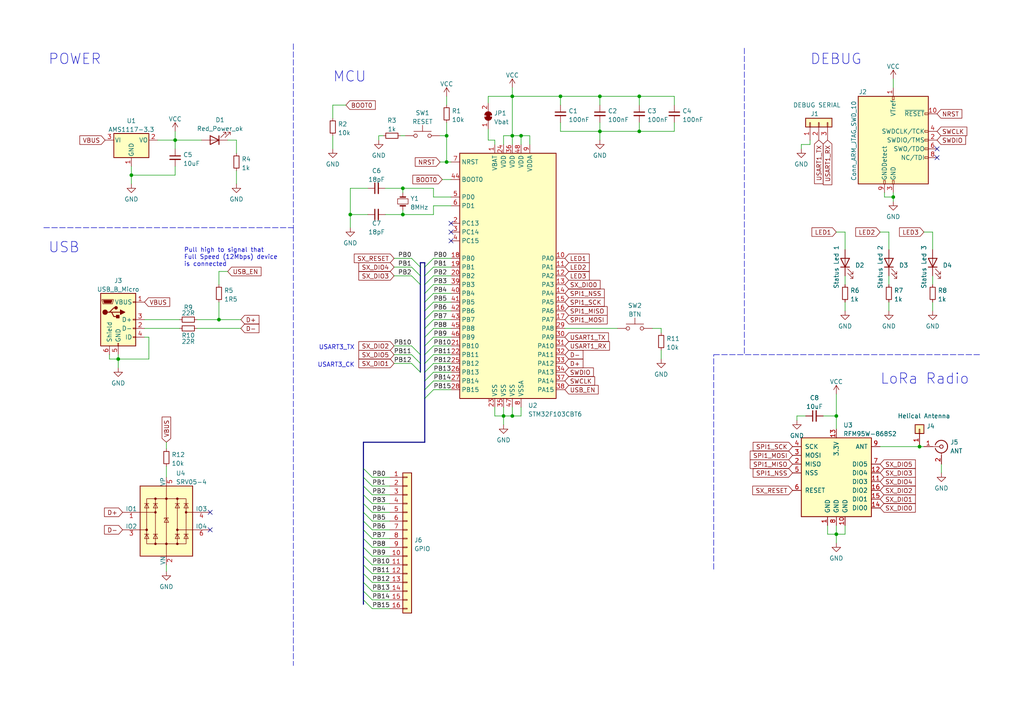
<source format=kicad_sch>
(kicad_sch (version 20211123) (generator eeschema)
  (paper "A4")
  (title_block (title "LoRa Dongle") (date "2022-02-27") (rev "1") (company "Copyright Arti Zirk, 2022") (comment 1 "Licensed under CERN-OHL-P version 2"))
  (lib_symbols
    (symbol "Connector:Conn_ARM_JTAG_SWD_10" (pin_names (offset 1.016))
      (property "Reference" "J" (at -2.54 16.51 0))
      (property "Value" "Conn_ARM_JTAG_SWD_10" (at -2.54 13.97 0))
      (symbol "Conn_ARM_JTAG_SWD_10_1_1"
        (pin power_in line (at 0 15.24 270) (length 2.54) (name "VTref") (number "1"))
        (pin open_collector line (at 12.7 7.62 180) (length 2.54) (name "~{RESET}") (number "10"))
        (pin bidirectional line (at 12.7 0 180) (length 2.54) (name "SWDIO/TMS") (number "2"))
        (pin power_in line (at 0 -15.24 90) (length 2.54) (name "GND") (number "3"))
        (pin output line (at 12.7 2.54 180) (length 2.54) (name "SWDCLK/TCK") (number "4"))
        (pin passive line (at 0 -15.24 90) (length 2.54) hide (name "GND") (number "5"))
        (pin input line (at 12.7 -2.54 180) (length 2.54) (name "SWO/TDO") (number "6"))
        (pin no_connect line (at -10.16 0 0) (length 2.54) hide (name "KEY") (number "7"))
        (pin output line (at 12.7 -5.08 180) (length 2.54) (name "NC/TDI") (number "8"))
        (pin passive line (at -2.54 -15.24 90) (length 2.54) (name "GNDDetect") (number "9"))
      )
    )
    (symbol "Connector:Conn_Coaxial" (pin_names (offset 1.016) hide)
      (property "Reference" "J" (at 0.254 3.048 0))
      (property "Value" "Conn_Coaxial" (at 2.921 0 90))
      (symbol "Conn_Coaxial_1_1"
        (pin passive line (at -5.08 0 0) (length 2.54) (name "In") (number "1"))
        (pin passive line (at 0 -5.08 90) (length 2.54) (name "Ext") (number "2"))
      )
    )
    (symbol "Connector:USB_B_Micro" (pin_names (offset 1.016))
      (property "Reference" "J" (at -5.08 11.43 0))
      (property "Value" "USB_B_Micro" (at -5.08 8.89 0))
      (symbol "USB_B_Micro_1_1"
        (pin power_out line (at 7.62 5.08 180) (length 2.54) (name "VBUS") (number "1"))
        (pin bidirectional line (at 7.62 -2.54 180) (length 2.54) (name "D-") (number "2"))
        (pin bidirectional line (at 7.62 0 180) (length 2.54) (name "D+") (number "3"))
        (pin passive line (at 7.62 -5.08 180) (length 2.54) (name "ID") (number "4"))
        (pin power_out line (at 0 -10.16 90) (length 2.54) (name "GND") (number "5"))
        (pin passive line (at -2.54 -10.16 90) (length 2.54) (name "Shield") (number "6"))
      )
    )
    (symbol "Connector_Generic:Conn_01x01" (pin_names (offset 1.016) hide)
      (property "Reference" "J" (at 0 2.54 0))
      (property "Value" "Conn_01x01" (at 0 -2.54 0))
      (symbol "Conn_01x01_1_1"
        (pin passive line (at -5.08 0 0) (length 3.81) (name "Pin_1") (number "1"))
      )
    )
    (symbol "Connector_Generic:Conn_01x03" (pin_names (offset 1.016) hide)
      (property "Reference" "J" (at 0 5.08 0))
      (property "Value" "Conn_01x03" (at 0 -5.08 0))
      (symbol "Conn_01x03_1_1"
        (pin passive line (at -5.08 2.54 0) (length 3.81) (name "Pin_1") (number "1"))
        (pin passive line (at -5.08 0 0) (length 3.81) (name "Pin_2") (number "2"))
        (pin passive line (at -5.08 -2.54 0) (length 3.81) (name "Pin_3") (number "3"))
      )
    )
    (symbol "Connector_Generic:Conn_01x16" (pin_names (offset 1.016) hide)
      (property "Reference" "J" (at 0 20.32 0))
      (property "Value" "Conn_01x16" (at 0 -22.86 0))
      (symbol "Conn_01x16_1_1"
        (pin passive line (at -5.08 17.78 0) (length 3.81) (name "Pin_1") (number "1"))
        (pin passive line (at -5.08 -5.08 0) (length 3.81) (name "Pin_10") (number "10"))
        (pin passive line (at -5.08 -7.62 0) (length 3.81) (name "Pin_11") (number "11"))
        (pin passive line (at -5.08 -10.16 0) (length 3.81) (name "Pin_12") (number "12"))
        (pin passive line (at -5.08 -12.7 0) (length 3.81) (name "Pin_13") (number "13"))
        (pin passive line (at -5.08 -15.24 0) (length 3.81) (name "Pin_14") (number "14"))
        (pin passive line (at -5.08 -17.78 0) (length 3.81) (name "Pin_15") (number "15"))
        (pin passive line (at -5.08 -20.32 0) (length 3.81) (name "Pin_16") (number "16"))
        (pin passive line (at -5.08 15.24 0) (length 3.81) (name "Pin_2") (number "2"))
        (pin passive line (at -5.08 12.7 0) (length 3.81) (name "Pin_3") (number "3"))
        (pin passive line (at -5.08 10.16 0) (length 3.81) (name "Pin_4") (number "4"))
        (pin passive line (at -5.08 7.62 0) (length 3.81) (name "Pin_5") (number "5"))
        (pin passive line (at -5.08 5.08 0) (length 3.81) (name "Pin_6") (number "6"))
        (pin passive line (at -5.08 2.54 0) (length 3.81) (name "Pin_7") (number "7"))
        (pin passive line (at -5.08 0 0) (length 3.81) (name "Pin_8") (number "8"))
        (pin passive line (at -5.08 -2.54 0) (length 3.81) (name "Pin_9") (number "9"))
      )
    )
    (symbol "Device:C_Small" (pin_numbers hide) (pin_names (offset 0.254) hide)
      (property "Reference" "C" (at 0.254 1.778 0))
      (property "Value" "C_Small" (at 0.254 -2.032 0))
      (symbol "C_Small_1_1"
        (pin passive line (at 0 2.54 270) (length 2.032) (name "~") (number "1"))
        (pin passive line (at 0 -2.54 90) (length 2.032) (name "~") (number "2"))
      )
    )
    (symbol "Device:Crystal_Small" (pin_numbers hide) (pin_names (offset 1.016) hide)
      (property "Reference" "Y" (at 0 2.54 0))
      (property "Value" "Crystal_Small" (at 0 -2.54 0))
      (symbol "Crystal_Small_1_1"
        (pin passive line (at -2.54 0 0) (length 1.27) (name "1") (number "1"))
        (pin passive line (at 2.54 0 180) (length 1.27) (name "2") (number "2"))
      )
    )
    (symbol "Device:LED" (pin_numbers hide) (pin_names (offset 1.016) hide)
      (property "Reference" "D" (at 0 2.54 0))
      (property "Value" "LED" (at 0 -2.54 0))
      (symbol "LED_1_1"
        (pin passive line (at -3.81 0 0) (length 2.54) (name "K") (number "1"))
        (pin passive line (at 3.81 0 180) (length 2.54) (name "A") (number "2"))
      )
    )
    (symbol "Device:R_Small" (pin_numbers hide) (pin_names (offset 0.254) hide)
      (property "Reference" "R" (at 0.762 0.508 0))
      (property "Value" "R_Small" (at 0.762 -1.016 0))
      (symbol "R_Small_1_1"
        (pin passive line (at 0 2.54 270) (length 0.762) (name "~") (number "1"))
        (pin passive line (at 0 -2.54 90) (length 0.762) (name "~") (number "2"))
      )
    )
    (symbol "Jumper:SolderJumper_2_Bridged" (pin_names (offset 0) hide)
      (property "Reference" "JP" (at 0 2.032 0))
      (property "Value" "SolderJumper_2_Bridged" (at 0 -2.54 0))
      (symbol "SolderJumper_2_Bridged_1_1"
        (pin passive line (at -3.81 0 0) (length 2.54) (name "A") (number "1"))
        (pin passive line (at 3.81 0 180) (length 2.54) (name "B") (number "2"))
      )
    )
    (symbol "MCU_ST_STM32F1:STM32F103CBTx"
      (property "Reference" "U" (at -15.24 36.83 0))
      (property "Value" "STM32F103CBTx" (at 7.62 36.83 0))
      (symbol "STM32F103CBTx_1_1"
        (pin power_in line (at -5.08 38.1 270) (length 2.54) (name "VBAT") (number "1"))
        (pin bidirectional line (at 15.24 5.08 180) (length 2.54) (name "PA0") (number "10"))
        (pin bidirectional line (at 15.24 2.54 180) (length 2.54) (name "PA1") (number "11"))
        (pin bidirectional line (at 15.24 0 180) (length 2.54) (name "PA2") (number "12"))
        (pin bidirectional line (at 15.24 -2.54 180) (length 2.54) (name "PA3") (number "13"))
        (pin bidirectional line (at 15.24 -5.08 180) (length 2.54) (name "PA4") (number "14"))
        (pin bidirectional line (at 15.24 -7.62 180) (length 2.54) (name "PA5") (number "15"))
        (pin bidirectional line (at 15.24 -10.16 180) (length 2.54) (name "PA6") (number "16"))
        (pin bidirectional line (at 15.24 -12.7 180) (length 2.54) (name "PA7") (number "17"))
        (pin bidirectional line (at -17.78 5.08 0) (length 2.54) (name "PB0") (number "18"))
        (pin bidirectional line (at -17.78 2.54 0) (length 2.54) (name "PB1") (number "19"))
        (pin bidirectional line (at -17.78 15.24 0) (length 2.54) (name "PC13") (number "2"))
        (pin bidirectional line (at -17.78 0 0) (length 2.54) (name "PB2") (number "20"))
        (pin bidirectional line (at -17.78 -20.32 0) (length 2.54) (name "PB10") (number "21"))
        (pin bidirectional line (at -17.78 -22.86 0) (length 2.54) (name "PB11") (number "22"))
        (pin power_in line (at -5.08 -38.1 90) (length 2.54) (name "VSS") (number "23"))
        (pin power_in line (at -2.54 38.1 270) (length 2.54) (name "VDD") (number "24"))
        (pin bidirectional line (at -17.78 -25.4 0) (length 2.54) (name "PB12") (number "25"))
        (pin bidirectional line (at -17.78 -27.94 0) (length 2.54) (name "PB13") (number "26"))
        (pin bidirectional line (at -17.78 -30.48 0) (length 2.54) (name "PB14") (number "27"))
        (pin bidirectional line (at -17.78 -33.02 0) (length 2.54) (name "PB15") (number "28"))
        (pin bidirectional line (at 15.24 -15.24 180) (length 2.54) (name "PA8") (number "29"))
        (pin bidirectional line (at -17.78 12.7 0) (length 2.54) (name "PC14") (number "3"))
        (pin bidirectional line (at 15.24 -17.78 180) (length 2.54) (name "PA9") (number "30"))
        (pin bidirectional line (at 15.24 -20.32 180) (length 2.54) (name "PA10") (number "31"))
        (pin bidirectional line (at 15.24 -22.86 180) (length 2.54) (name "PA11") (number "32"))
        (pin bidirectional line (at 15.24 -25.4 180) (length 2.54) (name "PA12") (number "33"))
        (pin bidirectional line (at 15.24 -27.94 180) (length 2.54) (name "PA13") (number "34"))
        (pin power_in line (at -2.54 -38.1 90) (length 2.54) (name "VSS") (number "35"))
        (pin power_in line (at 0 38.1 270) (length 2.54) (name "VDD") (number "36"))
        (pin bidirectional line (at 15.24 -30.48 180) (length 2.54) (name "PA14") (number "37"))
        (pin bidirectional line (at 15.24 -33.02 180) (length 2.54) (name "PA15") (number "38"))
        (pin bidirectional line (at -17.78 -2.54 0) (length 2.54) (name "PB3") (number "39"))
        (pin bidirectional line (at -17.78 10.16 0) (length 2.54) (name "PC15") (number "4"))
        (pin bidirectional line (at -17.78 -5.08 0) (length 2.54) (name "PB4") (number "40"))
        (pin bidirectional line (at -17.78 -7.62 0) (length 2.54) (name "PB5") (number "41"))
        (pin bidirectional line (at -17.78 -10.16 0) (length 2.54) (name "PB6") (number "42"))
        (pin bidirectional line (at -17.78 -12.7 0) (length 2.54) (name "PB7") (number "43"))
        (pin input line (at -17.78 27.94 0) (length 2.54) (name "BOOT0") (number "44"))
        (pin bidirectional line (at -17.78 -15.24 0) (length 2.54) (name "PB8") (number "45"))
        (pin bidirectional line (at -17.78 -17.78 0) (length 2.54) (name "PB9") (number "46"))
        (pin power_in line (at 0 -38.1 90) (length 2.54) (name "VSS") (number "47"))
        (pin power_in line (at 2.54 38.1 270) (length 2.54) (name "VDD") (number "48"))
        (pin input line (at -17.78 22.86 0) (length 2.54) (name "PD0") (number "5"))
        (pin input line (at -17.78 20.32 0) (length 2.54) (name "PD1") (number "6"))
        (pin input line (at -17.78 33.02 0) (length 2.54) (name "NRST") (number "7"))
        (pin power_in line (at 2.54 -38.1 90) (length 2.54) (name "VSSA") (number "8"))
        (pin power_in line (at 5.08 38.1 270) (length 2.54) (name "VDDA") (number "9"))
      )
    )
    (symbol "Power_Protection:SRV05-4" (pin_names (offset 0))
      (property "Reference" "U" (at -5.08 11.43 0))
      (property "Value" "SRV05-4" (at 2.54 11.43 0))
      (symbol "SRV05-4_1_1"
        (pin passive line (at -12.7 2.54 0) (length 5.08) (name "IO1") (number "1"))
        (pin passive line (at 0 -12.7 90) (length 2.54) (name "VN") (number "2"))
        (pin passive line (at -12.7 -2.54 0) (length 5.08) (name "IO2") (number "3"))
        (pin passive line (at 12.7 2.54 180) (length 5.08) (name "IO3") (number "4"))
        (pin passive line (at 0 12.7 270) (length 2.54) (name "VP") (number "5"))
        (pin passive line (at 12.7 -2.54 180) (length 5.08) (name "IO4") (number "6"))
      )
    )
    (symbol "RF_Module:RFM95W-868S2" (pin_names (offset 1.016))
      (property "Reference" "U" (at -10.414 11.684 0))
      (property "Value" "RFM95W-868S2" (at 1.524 11.43 0))
      (symbol "RFM95W-868S2_1_1"
        (pin power_in line (at -2.54 -15.24 90) (length 2.54) (name "GND") (number "1"))
        (pin power_in line (at 2.54 -15.24 90) (length 2.54) (name "GND") (number "10"))
        (pin bidirectional line (at 12.7 -2.54 180) (length 2.54) (name "DIO3") (number "11"))
        (pin bidirectional line (at 12.7 0 180) (length 2.54) (name "DIO4") (number "12"))
        (pin power_in line (at 0 12.7 270) (length 2.54) (name "3.3V") (number "13"))
        (pin bidirectional line (at 12.7 -10.16 180) (length 2.54) (name "DIO0") (number "14"))
        (pin bidirectional line (at 12.7 -7.62 180) (length 2.54) (name "DIO1") (number "15"))
        (pin bidirectional line (at 12.7 -5.08 180) (length 2.54) (name "DIO2") (number "16"))
        (pin output line (at -12.7 2.54 0) (length 2.54) (name "MISO") (number "2"))
        (pin input line (at -12.7 5.08 0) (length 2.54) (name "MOSI") (number "3"))
        (pin input line (at -12.7 7.62 0) (length 2.54) (name "SCK") (number "4"))
        (pin input line (at -12.7 0 0) (length 2.54) (name "NSS") (number "5"))
        (pin bidirectional line (at -12.7 -5.08 0) (length 2.54) (name "RESET") (number "6"))
        (pin bidirectional line (at 12.7 2.54 180) (length 2.54) (name "DIO5") (number "7"))
        (pin power_in line (at 0 -15.24 90) (length 2.54) (name "GND") (number "8"))
        (pin bidirectional line (at 12.7 7.62 180) (length 2.54) (name "ANT") (number "9"))
      )
    )
    (symbol "Regulator_Linear:AMS1117-3.3" (pin_names (offset 0.254))
      (property "Reference" "U" (at -3.81 3.175 0))
      (property "Value" "AMS1117-3.3" (at 0 3.175 0))
      (symbol "AMS1117-3.3_1_1"
        (pin power_in line (at 0 -7.62 90) (length 2.54) (name "GND") (number "1"))
        (pin power_out line (at 7.62 0 180) (length 2.54) (name "VO") (number "2"))
        (pin power_in line (at -7.62 0 0) (length 2.54) (name "VI") (number "3"))
      )
    )
    (symbol "Switch:SW_Push" (pin_numbers hide) (pin_names (offset 1.016) hide)
      (property "Reference" "SW" (at 1.27 2.54 0))
      (property "Value" "SW_Push" (at 0 -1.524 0))
      (symbol "SW_Push_0_1"
        (pin passive line (at -5.08 0 0) (length 2.54) (name "1") (number "1"))
        (pin passive line (at 5.08 0 180) (length 2.54) (name "2") (number "2"))
      )
    )
    (symbol "power:GND" (power) (pin_names (offset 0))
      (property "Value" "GND" (at 0 -3.81 0))
      (symbol "GND_1_1"
        (pin power_in line (at 0 0 270) (length 0) hide (name "GND") (number "1"))
      )
    )
    (symbol "power:VCC" (power) (pin_names (offset 0))
      (property "Value" "VCC" (at 0 3.81 0))
      (symbol "VCC_1_1"
        (pin power_in line (at 0 0 90) (length 0) hide (name "VCC") (number "1"))
      )
    )
  )
  (junction (at 63.5 92.71))
  (junction (at 148.59 39.37))
  (junction (at 148.59 120.65))
  (junction (at 148.59 27.94))
  (junction (at 129.54 46.99))
  (junction (at 101.6 62.23))
  (junction (at 266.7 129.54))
  (junction (at 242.57 154.94))
  (junction (at 116.84 54.61))
  (junction (at 34.29 104.14))
  (junction (at 146.05 120.65))
  (junction (at 162.56 27.94))
  (junction (at 173.99 38.1))
  (junction (at 185.42 38.1))
  (junction (at 38.1 50.8))
  (junction (at 242.57 120.65))
  (junction (at 185.42 27.94))
  (junction (at 151.13 39.37))
  (junction (at 173.99 27.94))
  (junction (at 129.54 39.37))
  (junction (at 259.08 57.15))
  (junction (at 50.8 40.64))
  (junction (at 116.84 62.23))
  (no_connect (at 271.78 43.18))
  (no_connect (at 271.78 45.72))
  (no_connect (at 60.96 148.59))
  (no_connect (at 60.96 153.67))
  (no_connect (at 130.81 69.85))
  (no_connect (at 130.81 64.77))
  (no_connect (at 130.81 67.31))
  (bus_entry (at 123.19 82.55) (size 2.54 -2.54))
  (bus_entry (at 123.19 85.09) (size 2.54 -2.54))
  (bus_entry (at 123.19 77.47) (size 2.54 -2.54))
  (bus_entry (at 123.19 80.01) (size 2.54 -2.54))
  (bus_entry (at 123.19 97.79) (size 2.54 -2.54))
  (bus_entry (at 123.19 100.33) (size 2.54 -2.54))
  (bus_entry (at 123.19 102.87) (size 2.54 -2.54))
  (bus_entry (at 123.19 105.41) (size 2.54 -2.54))
  (bus_entry (at 123.19 87.63) (size 2.54 -2.54))
  (bus_entry (at 123.19 90.17) (size 2.54 -2.54))
  (bus_entry (at 123.19 92.71) (size 2.54 -2.54))
  (bus_entry (at 123.19 95.25) (size 2.54 -2.54))
  (bus_entry (at 123.19 107.95) (size 2.54 -2.54))
  (bus_entry (at 123.19 110.49) (size 2.54 -2.54))
  (bus_entry (at 123.19 113.03) (size 2.54 -2.54))
  (bus_entry (at 123.19 115.57) (size 2.54 -2.54))
  (bus_entry (at 105.41 140.97) (size 2.54 2.54))
  (bus_entry (at 105.41 138.43) (size 2.54 2.54))
  (bus_entry (at 105.41 135.89) (size 2.54 2.54))
  (bus_entry (at 121.92 80.01) (size -2.54 -2.54))
  (bus_entry (at 121.92 82.55) (size -2.54 -2.54))
  (bus_entry (at 121.92 77.47) (size -2.54 -2.54))
  (bus_entry (at 121.92 107.95) (size -2.54 -2.54))
  (bus_entry (at 121.92 102.87) (size -2.54 -2.54))
  (bus_entry (at 121.92 105.41) (size -2.54 -2.54))
  (bus_entry (at 105.41 168.91) (size 2.54 2.54))
  (bus_entry (at 105.41 173.99) (size 2.54 2.54))
  (bus_entry (at 105.41 171.45) (size 2.54 2.54))
  (bus_entry (at 105.41 166.37) (size 2.54 2.54))
  (bus_entry (at 105.41 161.29) (size 2.54 2.54))
  (bus_entry (at 105.41 156.21) (size 2.54 2.54))
  (bus_entry (at 105.41 158.75) (size 2.54 2.54))
  (bus_entry (at 105.41 163.83) (size 2.54 2.54))
  (bus_entry (at 105.41 151.13) (size 2.54 2.54))
  (bus_entry (at 105.41 153.67) (size 2.54 2.54))
  (bus_entry (at 105.41 148.59) (size 2.54 2.54))
  (bus_entry (at 105.41 146.05) (size 2.54 2.54))
  (bus_entry (at 105.41 143.51) (size 2.54 2.54))
  (wire (pts (xy 245.11 80.01) (xy 245.11 82.55)))
  (wire (pts (xy 101.6 62.23) (xy 106.68 62.23)))
  (wire (pts (xy 125.73 59.69) (xy 125.73 62.23)))
  (wire (pts (xy 114.3 105.41) (xy 119.38 105.41)))
  (wire (pts (xy 185.42 38.1) (xy 195.58 38.1)))
  (bus (pts (xy 105.41 148.59) (xy 105.41 151.13)))
  (bus (pts (xy 105.41 151.13) (xy 105.41 153.67)))
  (wire (pts (xy 114.3 77.47) (xy 119.38 77.47)))
  (bus (pts (xy 121.92 82.55) (xy 121.92 102.87)))
  (wire (pts (xy 257.81 87.63) (xy 257.81 90.17)))
  (bus (pts (xy 105.41 163.83) (xy 105.41 166.37)))
  (bus (pts (xy 121.92 102.87) (xy 121.92 105.41)))
  (wire (pts (xy 143.51 118.11) (xy 143.51 120.65)))
  (wire (pts (xy 107.95 153.67) (xy 113.03 153.67)))
  (wire (pts (xy 125.73 102.87) (xy 130.81 102.87)))
  (wire (pts (xy 116.84 62.23) (xy 116.84 60.96)))
  (wire (pts (xy 125.73 54.61) (xy 125.73 57.15)))
  (bus (pts (xy 123.19 85.09) (xy 123.19 87.63)))
  (wire (pts (xy 43.18 104.14) (xy 34.29 104.14)))
  (wire (pts (xy 151.13 39.37) (xy 151.13 41.91)))
  (wire (pts (xy 106.68 54.61) (xy 101.6 54.61)))
  (wire (pts (xy 107.95 173.99) (xy 113.03 173.99)))
  (wire (pts (xy 191.77 95.25) (xy 191.77 96.52)))
  (wire (pts (xy 38.1 50.8) (xy 50.8 50.8)))
  (wire (pts (xy 111.76 62.23) (xy 116.84 62.23)))
  (wire (pts (xy 162.56 38.1) (xy 173.99 38.1)))
  (bus (pts (xy 121.92 105.41) (xy 121.92 107.95)))
  (wire (pts (xy 232.41 41.91) (xy 234.95 41.91)))
  (bus (pts (xy 105.41 161.29) (xy 105.41 163.83)))
  (wire (pts (xy 259.08 57.15) (xy 259.08 58.42)))
  (wire (pts (xy 256.54 57.15) (xy 259.08 57.15)))
  (bus (pts (xy 123.19 90.17) (xy 123.19 92.71)))
  (bus (pts (xy 105.41 135.89) (xy 105.41 138.43)))
  (wire (pts (xy 57.15 92.71) (xy 63.5 92.71)))
  (wire (pts (xy 107.95 158.75) (xy 113.03 158.75)))
  (wire (pts (xy 125.73 113.03) (xy 130.81 113.03)))
  (wire (pts (xy 116.205 39.37) (xy 117.475 39.37)))
  (wire (pts (xy 240.03 152.4) (xy 240.03 154.94)))
  (wire (pts (xy 259.08 55.88) (xy 259.08 57.15)))
  (wire (pts (xy 163.83 95.25) (xy 179.07 95.25)))
  (wire (pts (xy 125.73 77.47) (xy 130.81 77.47)))
  (wire (pts (xy 231.14 120.65) (xy 231.14 121.92)))
  (wire (pts (xy 173.99 27.94) (xy 173.99 30.48)))
  (polyline (pts (xy 85.09 66.04) (xy 85.09 193.04)))
  (wire (pts (xy 146.05 39.37) (xy 148.59 39.37)))
  (wire (pts (xy 116.84 54.61) (xy 125.73 54.61)))
  (bus (pts (xy 105.41 143.51) (xy 105.41 146.05)))
  (wire (pts (xy 127.635 46.99) (xy 129.54 46.99)))
  (wire (pts (xy 45.72 40.64) (xy 50.8 40.64)))
  (wire (pts (xy 50.8 48.26) (xy 50.8 50.8)))
  (wire (pts (xy 107.95 176.53) (xy 113.03 176.53)))
  (bus (pts (xy 105.41 128.27) (xy 123.19 128.27)))
  (bus (pts (xy 105.41 146.05) (xy 105.41 148.59)))
  (wire (pts (xy 255.27 67.31) (xy 257.81 67.31)))
  (wire (pts (xy 96.52 30.48) (xy 100.33 30.48)))
  (wire (pts (xy 162.56 27.94) (xy 162.56 30.48)))
  (wire (pts (xy 125.73 107.95) (xy 130.81 107.95)))
  (bus (pts (xy 105.41 166.37) (xy 105.41 168.91)))
  (wire (pts (xy 240.03 154.94) (xy 242.57 154.94)))
  (wire (pts (xy 125.73 80.01) (xy 130.81 80.01)))
  (wire (pts (xy 50.8 40.64) (xy 50.8 43.18)))
  (wire (pts (xy 151.13 120.65) (xy 148.59 120.65)))
  (wire (pts (xy 255.27 129.54) (xy 266.7 129.54)))
  (wire (pts (xy 148.59 27.94) (xy 162.56 27.94)))
  (wire (pts (xy 107.95 146.05) (xy 113.03 146.05)))
  (wire (pts (xy 273.05 134.62) (xy 273.05 137.16)))
  (wire (pts (xy 148.59 25.4) (xy 148.59 27.94)))
  (bus (pts (xy 123.19 76.2) (xy 121.92 76.2)))
  (wire (pts (xy 245.11 152.4) (xy 245.11 154.94)))
  (bus (pts (xy 105.41 156.21) (xy 105.41 158.75)))
  (bus (pts (xy 121.92 80.01) (xy 121.92 82.55)))
  (wire (pts (xy 148.59 39.37) (xy 148.59 41.91)))
  (wire (pts (xy 129.54 35.56) (xy 129.54 39.37)))
  (wire (pts (xy 195.58 38.1) (xy 195.58 35.56)))
  (wire (pts (xy 195.58 27.94) (xy 195.58 30.48)))
  (wire (pts (xy 267.97 67.31) (xy 270.51 67.31)))
  (wire (pts (xy 148.59 120.65) (xy 148.59 118.11)))
  (bus (pts (xy 105.41 168.91) (xy 105.41 171.45)))
  (wire (pts (xy 185.42 27.94) (xy 195.58 27.94)))
  (bus (pts (xy 105.41 138.43) (xy 105.41 140.97)))
  (wire (pts (xy 125.73 85.09) (xy 130.81 85.09)))
  (bus (pts (xy 121.92 77.47) (xy 121.92 80.01)))
  (wire (pts (xy 173.99 38.1) (xy 185.42 38.1)))
  (wire (pts (xy 125.73 74.93) (xy 130.81 74.93)))
  (wire (pts (xy 107.95 151.13) (xy 113.03 151.13)))
  (wire (pts (xy 266.7 129.54) (xy 267.97 129.54)))
  (wire (pts (xy 107.95 161.29) (xy 113.03 161.29)))
  (bus (pts (xy 123.19 113.03) (xy 123.19 115.57)))
  (bus (pts (xy 123.19 95.25) (xy 123.19 97.79)))
  (wire (pts (xy 125.73 82.55) (xy 130.81 82.55)))
  (wire (pts (xy 129.54 46.99) (xy 129.54 39.37)))
  (wire (pts (xy 234.95 41.91) (xy 234.95 40.64)))
  (wire (pts (xy 114.3 102.87) (xy 119.38 102.87)))
  (wire (pts (xy 130.81 59.69) (xy 125.73 59.69)))
  (wire (pts (xy 130.81 46.99) (xy 129.54 46.99)))
  (bus (pts (xy 123.19 80.01) (xy 123.19 82.55)))
  (bus (pts (xy 123.19 115.57) (xy 123.19 128.27)))
  (wire (pts (xy 242.57 154.94) (xy 242.57 157.48)))
  (polyline (pts (xy 85.09 12.7) (xy 85.09 66.04)))
  (wire (pts (xy 129.54 39.37) (xy 127.635 39.37)))
  (polyline (pts (xy 12.7 66.04) (xy 85.09 66.04)))
  (wire (pts (xy 107.95 156.21) (xy 113.03 156.21)))
  (wire (pts (xy 162.56 27.94) (xy 173.99 27.94)))
  (bus (pts (xy 123.19 82.55) (xy 123.19 85.09)))
  (wire (pts (xy 148.59 39.37) (xy 151.13 39.37)))
  (wire (pts (xy 141.605 29.845) (xy 141.605 27.94)))
  (wire (pts (xy 151.13 118.11) (xy 151.13 120.65)))
  (polyline (pts (xy 207.01 165.1) (xy 207.01 102.87)))
  (wire (pts (xy 107.95 140.97) (xy 113.03 140.97)))
  (wire (pts (xy 96.52 30.48) (xy 96.52 34.29)))
  (wire (pts (xy 173.99 35.56) (xy 173.99 38.1)))
  (wire (pts (xy 48.26 163.83) (xy 48.26 165.735)))
  (wire (pts (xy 238.76 120.65) (xy 242.57 120.65)))
  (wire (pts (xy 31.75 104.14) (xy 34.29 104.14)))
  (wire (pts (xy 48.26 128.27) (xy 48.26 130.175)))
  (bus (pts (xy 105.41 158.75) (xy 105.41 161.29)))
  (wire (pts (xy 143.51 40.64) (xy 143.51 41.91)))
  (wire (pts (xy 109.855 39.37) (xy 111.125 39.37)))
  (bus (pts (xy 123.19 107.95) (xy 123.19 110.49)))
  (wire (pts (xy 270.51 67.31) (xy 270.51 72.39)))
  (wire (pts (xy 153.67 41.91) (xy 153.67 39.37)))
  (wire (pts (xy 57.15 95.25) (xy 69.85 95.25)))
  (wire (pts (xy 63.5 78.74) (xy 66.04 78.74)))
  (wire (pts (xy 191.77 101.6) (xy 191.77 104.14)))
  (wire (pts (xy 270.51 87.63) (xy 270.51 90.17)))
  (wire (pts (xy 141.605 27.94) (xy 148.59 27.94)))
  (wire (pts (xy 256.54 55.88) (xy 256.54 57.15)))
  (wire (pts (xy 125.73 110.49) (xy 130.81 110.49)))
  (wire (pts (xy 143.51 40.64) (xy 141.605 40.64)))
  (wire (pts (xy 50.8 40.64) (xy 58.42 40.64)))
  (wire (pts (xy 125.73 95.25) (xy 130.81 95.25)))
  (wire (pts (xy 107.95 168.91) (xy 113.03 168.91)))
  (wire (pts (xy 34.29 102.87) (xy 34.29 104.14)))
  (wire (pts (xy 146.05 120.65) (xy 146.05 123.19)))
  (wire (pts (xy 242.57 114.3) (xy 242.57 120.65)))
  (wire (pts (xy 125.73 90.17) (xy 130.81 90.17)))
  (wire (pts (xy 68.58 49.53) (xy 68.58 53.34)))
  (wire (pts (xy 146.05 41.91) (xy 146.05 39.37)))
  (wire (pts (xy 107.95 138.43) (xy 113.03 138.43)))
  (wire (pts (xy 107.95 171.45) (xy 113.03 171.45)))
  (wire (pts (xy 96.52 39.37) (xy 96.52 43.18)))
  (wire (pts (xy 189.23 95.25) (xy 191.77 95.25)))
  (wire (pts (xy 63.5 92.71) (xy 69.85 92.71)))
  (wire (pts (xy 31.75 102.87) (xy 31.75 104.14)))
  (wire (pts (xy 107.95 166.37) (xy 113.03 166.37)))
  (wire (pts (xy 185.42 27.94) (xy 185.42 30.48)))
  (bus (pts (xy 105.41 173.99) (xy 105.41 175.26)))
  (wire (pts (xy 173.99 38.1) (xy 173.99 40.64)))
  (bus (pts (xy 123.19 92.71) (xy 123.19 95.25)))
  (wire (pts (xy 245.11 87.63) (xy 245.11 90.17)))
  (wire (pts (xy 125.73 100.33) (xy 130.81 100.33)))
  (bus (pts (xy 105.41 140.97) (xy 105.41 143.51)))
  (wire (pts (xy 128.27 52.07) (xy 130.81 52.07)))
  (wire (pts (xy 125.73 57.15) (xy 130.81 57.15)))
  (wire (pts (xy 232.41 43.18) (xy 232.41 41.91)))
  (wire (pts (xy 125.73 62.23) (xy 116.84 62.23)))
  (wire (pts (xy 148.59 27.94) (xy 148.59 39.37)))
  (wire (pts (xy 116.84 54.61) (xy 116.84 55.88)))
  (wire (pts (xy 107.95 163.83) (xy 113.03 163.83)))
  (polyline (pts (xy 215.9 13.97) (xy 215.9 102.87)))
  (wire (pts (xy 66.04 40.64) (xy 68.58 40.64)))
  (wire (pts (xy 257.81 67.31) (xy 257.81 72.39)))
  (wire (pts (xy 143.51 120.65) (xy 146.05 120.65)))
  (wire (pts (xy 114.3 80.01) (xy 119.38 80.01)))
  (wire (pts (xy 34.29 104.14) (xy 34.29 106.68)))
  (wire (pts (xy 101.6 62.23) (xy 101.6 66.04)))
  (wire (pts (xy 259.08 22.86) (xy 259.08 25.4)))
  (bus (pts (xy 123.19 100.33) (xy 123.19 102.87)))
  (bus (pts (xy 123.19 97.79) (xy 123.19 100.33)))
  (wire (pts (xy 233.68 120.65) (xy 231.14 120.65)))
  (wire (pts (xy 257.81 80.01) (xy 257.81 82.55)))
  (bus (pts (xy 123.19 110.49) (xy 123.19 113.03)))
  (wire (pts (xy 38.1 48.26) (xy 38.1 50.8)))
  (bus (pts (xy 123.19 76.2) (xy 123.19 77.47)))
  (wire (pts (xy 68.58 40.64) (xy 68.58 44.45)))
  (bus (pts (xy 123.19 102.87) (xy 123.19 105.41)))
  (wire (pts (xy 146.05 120.65) (xy 148.59 120.65)))
  (wire (pts (xy 146.05 118.11) (xy 146.05 120.65)))
  (wire (pts (xy 245.11 154.94) (xy 242.57 154.94)))
  (wire (pts (xy 50.8 38.1) (xy 50.8 40.64)))
  (wire (pts (xy 185.42 38.1) (xy 185.42 35.56)))
  (wire (pts (xy 38.1 50.8) (xy 38.1 53.34)))
  (wire (pts (xy 173.99 27.94) (xy 185.42 27.94)))
  (bus (pts (xy 121.92 76.2) (xy 121.92 77.47)))
  (wire (pts (xy 125.73 97.79) (xy 130.81 97.79)))
  (wire (pts (xy 107.95 148.59) (xy 113.03 148.59)))
  (polyline (pts (xy 207.01 102.87) (xy 284.48 102.87)))
  (wire (pts (xy 101.6 54.61) (xy 101.6 62.23)))
  (wire (pts (xy 129.54 27.94) (xy 129.54 30.48)))
  (bus (pts (xy 105.41 128.27) (xy 105.41 135.89)))
  (bus (pts (xy 123.19 105.41) (xy 123.19 107.95)))
  (bus (pts (xy 123.19 87.63) (xy 123.19 90.17)))
  (wire (pts (xy 242.57 120.65) (xy 242.57 124.46)))
  (bus (pts (xy 105.41 171.45) (xy 105.41 173.99)))
  (wire (pts (xy 109.855 40.64) (xy 109.855 39.37)))
  (wire (pts (xy 245.11 67.31) (xy 245.11 72.39)))
  (wire (pts (xy 242.57 154.94) (xy 242.57 152.4)))
  (wire (pts (xy 114.3 100.33) (xy 119.38 100.33)))
  (wire (pts (xy 63.5 87.63) (xy 63.5 92.71)))
  (wire (pts (xy 41.91 97.79) (xy 43.18 97.79)))
  (wire (pts (xy 114.3 74.93) (xy 119.38 74.93)))
  (wire (pts (xy 153.67 39.37) (xy 151.13 39.37)))
  (wire (pts (xy 48.26 135.255) (xy 48.26 138.43)))
  (wire (pts (xy 270.51 80.01) (xy 270.51 82.55)))
  (wire (pts (xy 41.91 92.71) (xy 52.07 92.71)))
  (bus (pts (xy 105.41 153.67) (xy 105.41 156.21)))
  (wire (pts (xy 43.18 97.79) (xy 43.18 104.14)))
  (wire (pts (xy 107.95 143.51) (xy 113.03 143.51)))
  (wire (pts (xy 125.73 92.71) (xy 130.81 92.71)))
  (wire (pts (xy 125.73 105.41) (xy 130.81 105.41)))
  (wire (pts (xy 125.73 87.63) (xy 130.81 87.63)))
  (wire (pts (xy 162.56 35.56) (xy 162.56 38.1)))
  (wire (pts (xy 111.76 54.61) (xy 116.84 54.61)))
  (wire (pts (xy 141.605 37.465) (xy 141.605 40.64)))
  (bus (pts (xy 123.19 77.47) (xy 123.19 80.01)))
  (wire (pts (xy 41.91 95.25) (xy 52.07 95.25)))
  (wire (pts (xy 242.57 67.31) (xy 245.11 67.31)))
  (wire (pts (xy 63.5 78.74) (xy 63.5 82.55)))
  (text "MCU" (at 96.52 24.13 0) (effects (font (size 3 3)) (justify left bottom)))
  (text "Pull high to signal that\nFull Speed (12Mbps) device\nis connected" (at 53.34 77.47 0) (effects (font (size 1.27 1.27)) (justify left bottom)))
  (text "DEBUG" (at 234.95 19.05 0) (effects (font (size 3 3)) (justify left bottom)))
  (text "USART3_CK" (at 102.87 106.68 180) (effects (font (size 1.27 1.27)) (justify right bottom)))
  (text "USART3_TX" (at 102.87 101.6 180) (effects (font (size 1.27 1.27)) (justify right bottom)))
  (text "POWER" (at 13.97 19.05 0) (effects (font (size 3 3)) (justify left bottom)))
  (text "USB" (at 13.97 73.66 0) (effects (font (size 3 3)) (justify left bottom)))
  (text "LoRa Radio" (at 255.27 111.76 0) (effects (font (size 3 3)) (justify left bottom)))
  (label "PB3" (at 107.95 146.05 0))
  (label "PB10" (at 107.95 163.83 0))
  (label "PB0" (at 119.38 74.93 180))
  (label "PB4" (at 107.95 148.59 0))
  (label "PB1" (at 125.73 77.47 0))
  (label "PB10" (at 125.73 100.33 0))
  (label "PB9" (at 107.95 161.29 0))
  (label "PB5" (at 107.95 151.13 0))
  (label "PB12" (at 119.38 105.41 180))
  (label "PB15" (at 125.73 113.03 0))
  (label "PB14" (at 107.95 173.99 0))
  (label "PB2" (at 119.38 80.01 180))
  (label "PB9" (at 125.73 97.79 0))
  (label "PB11" (at 119.38 102.87 180))
  (label "PB6" (at 107.95 153.67 0))
  (label "PB5" (at 125.73 87.63 0))
  (label "PB1" (at 119.38 77.47 180))
  (label "PB7" (at 125.73 92.71 0))
  (label "PB12" (at 125.73 105.41 0))
  (label "PB0" (at 107.95 138.43 0))
  (label "PB6" (at 125.73 90.17 0))
  (label "PB12" (at 107.95 168.91 0))
  (label "PB8" (at 107.95 158.75 0))
  (label "PB11" (at 125.73 102.87 0))
  (label "PB2" (at 125.73 80.01 0))
  (label "PB14" (at 125.73 110.49 0))
  (label "PB11" (at 107.95 166.37 0))
  (label "PB3" (at 125.73 82.55 0))
  (label "PB7" (at 107.95 156.21 0))
  (label "PB15" (at 107.95 176.53 0))
  (label "PB13" (at 107.95 171.45 0))
  (label "PB0" (at 125.73 74.93 0))
  (label "PB1" (at 107.95 140.97 0))
  (label "PB8" (at 125.73 95.25 0))
  (label "PB4" (at 125.73 85.09 0))
  (label "PB10" (at 119.38 100.33 180))
  (label "PB13" (at 125.73 107.95 0))
  (label "PB2" (at 107.95 143.51 0))
  (global_label "VBUS" (shape input) (at 41.91 87.63 0) (property "Intersheet References" "${INTERSHEET_REFS}" (effects hide)))
  (global_label "D+" (shape input) (at 163.83 105.41 0) (property "Intersheet References" "${INTERSHEET_REFS}" (effects hide)))
  (global_label "BOOT0" (shape input) (at 100.33 30.48 0) (property "Intersheet References" "${INTERSHEET_REFS}" (effects hide)))
  (global_label "SPI1_MOSI" (shape input) (at 229.87 132.08 180) (property "Intersheet References" "${INTERSHEET_REFS}" (effects hide)))
  (global_label "D-" (shape input) (at 163.83 102.87 0) (property "Intersheet References" "${INTERSHEET_REFS}" (effects hide)))
  (global_label "BOOT0" (shape input) (at 128.27 52.07 180) (property "Intersheet References" "${INTERSHEET_REFS}" (effects hide)))
  (global_label "SPI1_NSS" (shape input) (at 163.83 85.09 0) (property "Intersheet References" "${INTERSHEET_REFS}" (effects hide)))
  (global_label "LED1" (shape input) (at 163.83 74.93 0) (property "Intersheet References" "${INTERSHEET_REFS}" (effects hide)))
  (global_label "SX_RESET" (shape input) (at 229.87 142.24 180) (property "Intersheet References" "${INTERSHEET_REFS}" (effects hide)))
  (global_label "SX_DIO4" (shape input) (at 255.27 139.7 0) (property "Intersheet References" "${INTERSHEET_REFS}" (effects hide)))
  (global_label "VBUS" (shape input) (at 48.26 128.27 90) (property "Intersheet References" "${INTERSHEET_REFS}" (effects hide)))
  (global_label "USB_EN" (shape input) (at 66.04 78.74 0) (property "Intersheet References" "${INTERSHEET_REFS}" (effects hide)))
  (global_label "D-" (shape input) (at 69.85 95.25 0) (property "Intersheet References" "${INTERSHEET_REFS}" (effects hide)))
  (global_label "SPI1_SCK" (shape input) (at 229.87 129.54 180) (property "Intersheet References" "${INTERSHEET_REFS}" (effects hide)))
  (global_label "SX_DIO5" (shape input) (at 255.27 134.62 0) (property "Intersheet References" "${INTERSHEET_REFS}" (effects hide)))
  (global_label "SX_DIO1" (shape input) (at 114.3 105.41 180) (property "Intersheet References" "${INTERSHEET_REFS}" (effects hide)))
  (global_label "LED3" (shape input) (at 267.97 67.31 180) (property "Intersheet References" "${INTERSHEET_REFS}" (effects hide)))
  (global_label "SPI1_NSS" (shape input) (at 229.87 137.16 180) (property "Intersheet References" "${INTERSHEET_REFS}" (effects hide)))
  (global_label "SPI1_MISO" (shape input) (at 229.87 134.62 180) (property "Intersheet References" "${INTERSHEET_REFS}" (effects hide)))
  (global_label "LED2" (shape input) (at 255.27 67.31 180) (property "Intersheet References" "${INTERSHEET_REFS}" (effects hide)))
  (global_label "SX_DIO4" (shape input) (at 114.3 77.47 180) (property "Intersheet References" "${INTERSHEET_REFS}" (effects hide)))
  (global_label "SWCLK" (shape input) (at 163.83 110.49 0) (property "Intersheet References" "${INTERSHEET_REFS}" (effects hide)))
  (global_label "SWDIO" (shape input) (at 271.78 40.64 0) (property "Intersheet References" "${INTERSHEET_REFS}" (effects hide)))
  (global_label "USART1_TX" (shape input) (at 163.83 97.79 0) (property "Intersheet References" "${INTERSHEET_REFS}" (effects hide)))
  (global_label "SX_DIO3" (shape input) (at 255.27 137.16 0) (property "Intersheet References" "${INTERSHEET_REFS}" (effects hide)))
  (global_label "LED3" (shape input) (at 163.83 80.01 0) (property "Intersheet References" "${INTERSHEET_REFS}" (effects hide)))
  (global_label "SX_DIO0" (shape input) (at 163.83 82.55 0) (property "Intersheet References" "${INTERSHEET_REFS}" (effects hide)))
  (global_label "SX_DIO2" (shape input) (at 114.3 100.33 180) (property "Intersheet References" "${INTERSHEET_REFS}" (effects hide)))
  (global_label "USART1_TX" (shape input) (at 237.49 40.64 270) (property "Intersheet References" "${INTERSHEET_REFS}" (effects hide)))
  (global_label "SWCLK" (shape input) (at 271.78 38.1 0) (property "Intersheet References" "${INTERSHEET_REFS}" (effects hide)))
  (global_label "SPI1_MISO" (shape input) (at 163.83 90.17 0) (property "Intersheet References" "${INTERSHEET_REFS}" (effects hide)))
  (global_label "D-" (shape input) (at 35.56 153.67 180) (property "Intersheet References" "${INTERSHEET_REFS}" (effects hide)))
  (global_label "D+" (shape input) (at 35.56 148.59 180) (property "Intersheet References" "${INTERSHEET_REFS}" (effects hide)))
  (global_label "SX_DIO0" (shape input) (at 255.27 147.32 0) (property "Intersheet References" "${INTERSHEET_REFS}" (effects hide)))
  (global_label "SPI1_SCK" (shape input) (at 163.83 87.63 0) (property "Intersheet References" "${INTERSHEET_REFS}" (effects hide)))
  (global_label "SX_DIO1" (shape input) (at 255.27 144.78 0) (property "Intersheet References" "${INTERSHEET_REFS}" (effects hide)))
  (global_label "USART1_RX" (shape input) (at 240.03 40.64 270) (property "Intersheet References" "${INTERSHEET_REFS}" (effects hide)))
  (global_label "LED2" (shape input) (at 163.83 77.47 0) (property "Intersheet References" "${INTERSHEET_REFS}" (effects hide)))
  (global_label "SPI1_MOSI" (shape input) (at 163.83 92.71 0) (property "Intersheet References" "${INTERSHEET_REFS}" (effects hide)))
  (global_label "NRST" (shape input) (at 271.78 33.02 0) (property "Intersheet References" "${INTERSHEET_REFS}" (effects hide)))
  (global_label "NRST" (shape input) (at 127.635 46.99 180) (property "Intersheet References" "${INTERSHEET_REFS}" (effects hide)))
  (global_label "D+" (shape input) (at 69.85 92.71 0) (property "Intersheet References" "${INTERSHEET_REFS}" (effects hide)))
  (global_label "SWDIO" (shape input) (at 163.83 107.95 0) (property "Intersheet References" "${INTERSHEET_REFS}" (effects hide)))
  (global_label "LED1" (shape input) (at 242.57 67.31 180) (property "Intersheet References" "${INTERSHEET_REFS}" (effects hide)))
  (global_label "SX_DIO3" (shape input) (at 114.3 80.01 180) (property "Intersheet References" "${INTERSHEET_REFS}" (effects hide)))
  (global_label "SX_DIO2" (shape input) (at 255.27 142.24 0) (property "Intersheet References" "${INTERSHEET_REFS}" (effects hide)))
  (global_label "USB_EN" (shape input) (at 163.83 113.03 0) (property "Intersheet References" "${INTERSHEET_REFS}" (effects hide)))
  (global_label "VBUS" (shape input) (at 30.48 40.64 180) (property "Intersheet References" "${INTERSHEET_REFS}" (effects hide)))
  (global_label "SX_RESET" (shape input) (at 114.3 74.93 180) (property "Intersheet References" "${INTERSHEET_REFS}" (effects hide)))
  (global_label "SX_DIO5" (shape input) (at 114.3 102.87 180) (property "Intersheet References" "${INTERSHEET_REFS}" (effects hide)))
  (global_label "USART1_RX" (shape input) (at 163.83 100.33 0) (property "Intersheet References" "${INTERSHEET_REFS}" (effects hide)))
  (symbol (lib_id "Device:R_Small") (at 63.5 85.09 0) (unit 1)
    (property "Reference" "R5" (at 64.9986 84.2553 0) (effects (justify left)))
    (property "Value" "1R5" (at 64.9986 86.7922 0) (effects (justify left)))
    (property "Footprint" "Resistor_SMD:R_0805_2012Metric_Pad1.20x1.40mm_HandSolder" (effects hide))
  )
  (symbol (lib_id "Device:R_Small") (at 54.61 92.71 90) (unit 1)
    (property "Reference" "R9" (at 54.61 89.154 90))
    (property "Value" "22R" (at 54.61 90.8105 90))
    (property "Footprint" "Resistor_SMD:R_0805_2012Metric_Pad1.20x1.40mm_HandSolder" (effects hide))
  )
  (symbol (lib_id "power:GND") (at 270.51 90.17 0) (unit 1)
    (property "Reference" "#PWR015" (effects hide))
    (property "Value" "GND" (at 270.51 94.6134 0))
  )
  (symbol (lib_id "Device:C_Small") (at 162.56 33.02 0) (unit 1)
    (property "Reference" "C1" (at 164.8841 32.1916 0) (effects (justify left)))
    (property "Value" "100nF" (at 164.8841 34.7285 0) (effects (justify left)))
    (property "Footprint" "Capacitor_SMD:C_0805_2012Metric_Pad1.18x1.45mm_HandSolder" (effects hide))
  )
  (symbol (lib_id "power:GND") (at 173.99 40.64 0) (unit 1)
    (property "Reference" "#PWR06" (effects hide))
    (property "Value" "GND" (at 173.99 45.0834 0))
  )
  (symbol (lib_id "Connector_Generic:Conn_01x03") (at 237.49 35.56 90) (unit 1)
    (property "Reference" "J1" (at 237.49 33.02 90) (effects (justify left)))
    (property "Value" "DEBUG SERIAL" (at 243.84 30.48 90) (effects (justify left)))
    (property "Footprint" "Connector_PinHeader_2.54mm:PinHeader_1x03_P2.54mm_Horizontal" (effects hide))
  )
  (symbol (lib_id "Device:R_Small") (at 245.11 85.09 180) (unit 1)
    (property "Reference" "R6" (at 246.6086 84.2553 0) (effects (justify right)))
    (property "Value" "1k" (at 246.6086 86.7922 0) (effects (justify right)))
    (property "Footprint" "Resistor_SMD:R_0805_2012Metric_Pad1.20x1.40mm_HandSolder" (effects hide))
  )
  (symbol (lib_id "MCU_ST_STM32F1:STM32F103CBTx") (at 148.59 80.01 0) (unit 1)
    (property "Reference" "U2" (at 153.1494 117.6004 0) (effects (justify left)))
    (property "Value" "STM32F103CBT6" (at 153.1494 120.1373 0) (effects (justify left)))
    (property "Footprint" "Package_QFP:LQFP-48_7x7mm_P0.5mm" (effects hide))
    (property "Datasheet" "http://www.st.com/st-web-ui/static/active/en/resource/technical/document/datasheet/CD00161566.pdf" (effects hide))
  )
  (symbol (lib_id "Connector_Generic:Conn_01x01") (at 266.7 124.46 90) (unit 1)
    (property "Reference" "J4" (at 268.732 123.6253 90) (effects (justify right)))
    (property "Value" "Helical Antenna" (at 260.35 120.65 90) (effects (justify right)))
    (property "Footprint" "Connector_PinHeader_2.54mm:PinHeader_1x01_P2.54mm_Vertical" (effects hide))
  )
  (symbol (lib_id "power:GND") (at 231.14 121.92 0) (unit 1)
    (property "Reference" "#PWR019" (effects hide))
    (property "Value" "GND" (at 231.14 126.3634 0))
  )
  (symbol (lib_id "power:GND") (at 34.29 106.68 0) (unit 1)
    (property "Reference" "#PWR017" (effects hide))
    (property "Value" "GND" (at 34.29 111.1234 0))
  )
  (symbol (lib_id "Connector_Generic:Conn_01x16") (at 118.11 156.21 0) (unit 1)
    (property "Reference" "J6" (at 120.142 156.6453 0) (effects (justify left)))
    (property "Value" "GPIO" (at 120.142 159.1822 0) (effects (justify left)))
    (property "Footprint" "Connector_PinSocket_2.54mm:PinSocket_1x16_P2.54mm_Vertical" (effects hide))
  )
  (symbol (lib_id "Connector:Conn_Coaxial") (at 273.05 129.54 0) (unit 1)
    (property "Reference" "J5" (at 275.59 128.27 0) (effects (justify left)))
    (property "Value" "ANT" (at 275.59 130.81 0) (effects (justify left)))
    (property "Footprint" "Connector_Coaxial:SMA_Amphenol_901-143_Horizontal" (effects hide))
    (property "Datasheet" "https://lcsc.com/product-detail/RF-Connectors-Coaxial-Connectors_Shenzhen-Kinghelm-Elec-KH-SMA-K513-G_C411575.html" (effects hide))
  )
  (symbol (lib_id "Device:R_Small") (at 48.26 132.715 0) (unit 1)
    (property "Reference" "R12" (at 49.7586 131.8803 0) (effects (justify left)))
    (property "Value" "10k" (at 49.7586 134.4172 0) (effects (justify left)))
    (property "Footprint" "Resistor_SMD:R_0805_2012Metric_Pad1.20x1.40mm_HandSolder" (effects hide))
  )
  (symbol (lib_id "Device:LED") (at 257.81 76.2 90) (unit 1)
    (property "Reference" "D3" (at 260.731 76.9528 90) (effects (justify right)))
    (property "Value" "Status Led 2" (at 255.27 71.12 0) (effects (justify right)))
    (property "Footprint" "LED_SMD:LED_0805_2012Metric_Pad1.15x1.40mm_HandSolder" (effects hide))
  )
  (symbol (lib_id "Device:R_Small") (at 129.54 33.02 0) (unit 1)
    (property "Reference" "R1" (at 131.0386 32.1853 0) (effects (justify left)))
    (property "Value" "10k" (at 131.0386 34.7222 0) (effects (justify left)))
    (property "Footprint" "Resistor_SMD:R_0805_2012Metric_Pad1.20x1.40mm_HandSolder" (effects hide))
  )
  (symbol (lib_id "Device:C_Small") (at 236.22 120.65 90) (unit 1)
    (property "Reference" "C8" (at 236.2263 115.3881 90))
    (property "Value" "10uF" (at 236.2263 117.925 90))
    (property "Footprint" "Capacitor_SMD:C_0805_2012Metric_Pad1.18x1.45mm_HandSolder" (effects hide))
  )
  (symbol (lib_id "Device:C_Small") (at 173.99 33.02 0) (unit 1)
    (property "Reference" "C2" (at 176.3141 32.1916 0) (effects (justify left)))
    (property "Value" "100nF" (at 176.3141 34.7285 0) (effects (justify left)))
    (property "Footprint" "Capacitor_SMD:C_0805_2012Metric_Pad1.18x1.45mm_HandSolder" (effects hide))
  )
  (symbol (lib_id "Jumper:SolderJumper_2_Bridged") (at 141.605 33.655 90) (unit 1)
    (property "Reference" "JP1" (at 143.256 32.8203 90) (effects (justify right)))
    (property "Value" "Vbat" (at 143.256 35.3572 90) (effects (justify right)))
    (property "Footprint" "Jumper:SolderJumper-2_P1.3mm_Bridged_RoundedPad1.0x1.5mm" (effects hide))
  )
  (symbol (lib_id "Device:R_Small") (at 113.665 39.37 90) (unit 1)
    (property "Reference" "R3" (at 113.665 34.9336 90))
    (property "Value" "1k" (at 113.665 37.4705 90))
    (property "Footprint" "Resistor_SMD:R_0805_2012Metric_Pad1.20x1.40mm_HandSolder" (effects hide))
  )
  (symbol (lib_id "power:GND") (at 48.26 165.735 0) (unit 1)
    (property "Reference" "#PWR022" (effects hide))
    (property "Value" "GND" (at 48.26 170.1784 0))
  )
  (symbol (lib_id "Device:C_Small") (at 185.42 33.02 0) (unit 1)
    (property "Reference" "C3" (at 187.7441 32.1916 0) (effects (justify left)))
    (property "Value" "100nF" (at 187.7441 34.7285 0) (effects (justify left)))
    (property "Footprint" "Capacitor_SMD:C_0805_2012Metric_Pad1.18x1.45mm_HandSolder" (effects hide))
  )
  (symbol (lib_id "power:GND") (at 273.05 137.16 0) (unit 1)
    (property "Reference" "#PWR0101" (effects hide))
    (property "Value" "GND" (at 273.05 141.6034 0))
  )
  (symbol (lib_id "Device:C_Small") (at 109.22 54.61 90) (unit 1)
    (property "Reference" "C6" (at 109.22 49.53 90))
    (property "Value" "18pF" (at 109.22 52.07 90))
    (property "Footprint" "Capacitor_SMD:C_0805_2012Metric_Pad1.18x1.45mm_HandSolder" (effects hide))
  )
  (symbol (lib_id "Device:R_Small") (at 96.52 36.83 0) (unit 1)
    (property "Reference" "R2" (at 98.0186 35.9953 0) (effects (justify left)))
    (property "Value" "10k" (at 98.0186 38.5322 0) (effects (justify left)))
    (property "Footprint" "Resistor_SMD:R_0805_2012Metric_Pad1.20x1.40mm_HandSolder" (effects hide))
  )
  (symbol (lib_id "power:GND") (at 257.81 90.17 0) (unit 1)
    (property "Reference" "#PWR014" (effects hide))
    (property "Value" "GND" (at 257.81 94.6134 0))
  )
  (symbol (lib_id "Device:C_Small") (at 109.22 62.23 90) (unit 1)
    (property "Reference" "C7" (at 109.22 64.77 90))
    (property "Value" "18pF" (at 109.22 67.31 90))
    (property "Footprint" "Capacitor_SMD:C_0805_2012Metric_Pad1.18x1.45mm_HandSolder" (effects hide))
  )
  (symbol (lib_id "power:GND") (at 38.1 53.34 0) (unit 1)
    (property "Reference" "#PWR09" (effects hide))
    (property "Value" "GND" (at 38.1 57.7834 0))
  )
  (symbol (lib_id "power:VCC") (at 259.08 22.86 0) (unit 1)
    (property "Reference" "#PWR01" (effects hide))
    (property "Value" "VCC" (at 259.08 19.2842 0))
  )
  (symbol (lib_id "power:VCC") (at 129.54 27.94 0) (unit 1)
    (property "Reference" "#PWR03" (effects hide))
    (property "Value" "VCC" (at 129.54 24.3642 0))
  )
  (symbol (lib_id "Device:C_Small") (at 195.58 33.02 0) (unit 1)
    (property "Reference" "C4" (at 197.9041 32.1916 0) (effects (justify left)))
    (property "Value" "100nF" (at 197.9041 34.7285 0) (effects (justify left)))
    (property "Footprint" "Capacitor_SMD:C_0805_2012Metric_Pad1.18x1.45mm_HandSolder" (effects hide))
  )
  (symbol (lib_id "power:VCC") (at 242.57 114.3 0) (unit 1)
    (property "Reference" "#PWR018" (effects hide))
    (property "Value" "VCC" (at 242.57 110.7242 0))
  )
  (symbol (lib_id "power:GND") (at 109.855 40.64 0) (unit 1)
    (property "Reference" "#PWR05" (effects hide))
    (property "Value" "GND" (at 109.855 45.0834 0))
  )
  (symbol (lib_id "Device:C_Small") (at 50.8 45.72 0) (unit 1)
    (property "Reference" "C5" (at 53.1241 44.8916 0) (effects (justify left)))
    (property "Value" "10uF" (at 53.1241 47.4285 0) (effects (justify left)))
    (property "Footprint" "Capacitor_SMD:C_0805_2012Metric_Pad1.18x1.45mm_HandSolder" (effects hide))
  )
  (symbol (lib_id "Device:LED") (at 245.11 76.2 90) (unit 1)
    (property "Reference" "D2" (at 248.031 76.9528 90) (effects (justify right)))
    (property "Value" "Status Led 1" (at 242.57 71.12 0) (effects (justify right)))
    (property "Footprint" "LED_SMD:LED_0805_2012Metric_Pad1.15x1.40mm_HandSolder" (effects hide))
  )
  (symbol (lib_id "power:GND") (at 101.6 66.04 0) (unit 1)
    (property "Reference" "#PWR012" (effects hide))
    (property "Value" "GND" (at 101.6 70.4834 0))
  )
  (symbol (lib_id "Device:R_Small") (at 191.77 99.06 0) (unit 1)
    (property "Reference" "R11" (at 193.2686 98.2253 0) (effects (justify left)))
    (property "Value" "10k" (at 193.2686 100.7622 0) (effects (justify left)))
    (property "Footprint" "Resistor_SMD:R_0805_2012Metric_Pad1.20x1.40mm_HandSolder" (effects hide))
  )
  (symbol (lib_id "Device:LED") (at 270.51 76.2 90) (unit 1)
    (property "Reference" "D4" (at 273.431 76.9528 90) (effects (justify right)))
    (property "Value" "Status Led 3" (at 267.97 71.12 0) (effects (justify right)))
    (property "Footprint" "LED_SMD:LED_0805_2012Metric_Pad1.15x1.40mm_HandSolder" (effects hide))
  )
  (symbol (lib_id "Connector:Conn_ARM_JTAG_SWD_10") (at 259.08 40.64 0) (unit 1)
    (property "Reference" "J2" (at 251.46 26.67 0) (effects (justify right)))
    (property "Value" "Conn_ARM_JTAG_SWD_10" (at 247.65 29.21 90) (effects (justify right)))
    (property "Footprint" "Connector_PinSocket_1.27mm:PinSocket_2x05_P1.27mm_Vertical_SMD" (effects hide))
    (property "Datasheet" "http://infocenter.arm.com/help/topic/com.arm.doc.ddi0314h/DDI0314H_coresight_components_trm.pdf" (effects hide))
  )
  (symbol (lib_id "power:GND") (at 146.05 123.19 0) (unit 1)
    (property "Reference" "#PWR020" (effects hide))
    (property "Value" "GND" (at 146.05 127.6334 0))
  )
  (symbol (lib_id "power:GND") (at 245.11 90.17 0) (unit 1)
    (property "Reference" "#PWR013" (effects hide))
    (property "Value" "GND" (at 245.11 94.6134 0))
  )
  (symbol (lib_id "Device:Crystal_Small") (at 116.84 58.42 270) (unit 1)
    (property "Reference" "Y1" (at 118.999 57.5853 90) (effects (justify left)))
    (property "Value" "8MHz" (at 118.999 60.1222 90) (effects (justify left)))
    (property "Footprint" "Crystal:Crystal_SMD_0603-2Pin_6.0x3.5mm_HandSoldering" (effects hide))
  )
  (symbol (lib_id "Connector:USB_B_Micro") (at 34.29 92.71 0) (unit 1)
    (property "Reference" "J3" (at 34.29 81.3902 0))
    (property "Value" "USB_B_Micro" (at 34.29 83.9271 0))
    (property "Footprint" "lora_dongle:USB_Micro-B_SHOU_HAN_MICRO5.9mmusb" (effects hide))
  )
  (symbol (lib_id "Regulator_Linear:AMS1117-3.3") (at 38.1 40.64 0) (unit 1)
    (property "Reference" "U1" (at 38.1 35.0352 0))
    (property "Value" "AMS1117-3.3" (at 38.1 37.5721 0))
    (property "Footprint" "Package_TO_SOT_SMD:SOT-223-3_TabPin2" (effects hide))
    (property "Datasheet" "http://www.advanced-monolithic.com/pdf/ds1117.pdf" (effects hide))
  )
  (symbol (lib_id "Switch:SW_Push") (at 122.555 39.37 0) (unit 1)
    (property "Reference" "SW1" (at 122.555 32.7492 0))
    (property "Value" "RESET" (at 122.555 35.2861 0))
    (property "Footprint" "Button_Switch_SMD:SW_SPST_TL3342" (effects hide))
  )
  (symbol (lib_id "RF_Module:RFM95W-868S2") (at 242.57 137.16 0) (unit 1)
    (property "Reference" "U3" (at 244.5894 123.3002 0) (effects (justify left)))
    (property "Value" "RFM95W-868S2" (at 244.5894 125.8371 0) (effects (justify left)))
    (property "Footprint" "RF_Module:HOPERF_RFM9XW_SMD" (effects hide))
    (property "Datasheet" "https://www.hoperf.com/data/upload/portal/20181127/5bfcbea20e9ef.pdf" (effects hide))
  )
  (symbol (lib_id "Device:R_Small") (at 68.58 46.99 180) (unit 1)
    (property "Reference" "R4" (at 70.0786 46.1553 0) (effects (justify right)))
    (property "Value" "1k" (at 70.0786 48.6922 0) (effects (justify right)))
    (property "Footprint" "Resistor_SMD:R_0805_2012Metric_Pad1.20x1.40mm_HandSolder" (effects hide))
  )
  (symbol (lib_id "Device:R_Small") (at 54.61 95.25 90) (unit 1)
    (property "Reference" "R10" (at 54.61 97.282 90))
    (property "Value" "22R" (at 54.61 99.06 90))
    (property "Footprint" "Resistor_SMD:R_0805_2012Metric_Pad1.20x1.40mm_HandSolder" (effects hide))
  )
  (symbol (lib_id "power:GND") (at 259.08 58.42 0) (unit 1)
    (property "Reference" "#PWR011" (effects hide))
    (property "Value" "GND" (at 259.08 62.8634 0))
  )
  (symbol (lib_id "power:VCC") (at 50.8 38.1 0) (unit 1)
    (property "Reference" "#PWR04" (effects hide))
    (property "Value" "VCC" (at 50.8 34.5242 0))
  )
  (symbol (lib_id "Switch:SW_Push") (at 184.15 95.25 0) (unit 1)
    (property "Reference" "SW2" (at 184.15 88.6292 0))
    (property "Value" "BTN" (at 184.15 91.1661 0))
    (property "Footprint" "Button_Switch_SMD:SW_SPST_TL3342" (effects hide))
  )
  (symbol (lib_id "power:VCC") (at 148.59 25.4 0) (unit 1)
    (property "Reference" "#PWR02" (effects hide))
    (property "Value" "VCC" (at 148.59 21.8242 0))
  )
  (symbol (lib_id "power:GND") (at 232.41 43.18 0) (unit 1)
    (property "Reference" "#PWR08" (effects hide))
    (property "Value" "GND" (at 232.41 47.6234 0))
  )
  (symbol (lib_id "power:GND") (at 242.57 157.48 0) (unit 1)
    (property "Reference" "#PWR021" (effects hide))
    (property "Value" "GND" (at 242.57 161.9234 0))
  )
  (symbol (lib_id "Device:LED") (at 62.23 40.64 180) (unit 1)
    (property "Reference" "D1" (at 63.8175 34.7812 0))
    (property "Value" "Red_Power_ok" (at 63.8175 37.3181 0))
    (property "Footprint" "LED_SMD:LED_0805_2012Metric_Pad1.15x1.40mm_HandSolder" (effects hide))
  )
  (symbol (lib_id "power:GND") (at 68.58 53.34 0) (unit 1)
    (property "Reference" "#PWR010" (effects hide))
    (property "Value" "GND" (at 68.58 57.7834 0))
  )
  (symbol (lib_id "Power_Protection:SRV05-4") (at 48.26 151.13 0) (unit 1)
    (property "Reference" "U4" (at 51.0287 137.2702 0) (effects (justify left)))
    (property "Value" "SRV05-4" (at 51.0287 139.8071 0) (effects (justify left)))
    (property "Footprint" "Package_TO_SOT_SMD:SOT-23-6" (effects hide))
    (property "Datasheet" "http://www.onsemi.com/pub/Collateral/SRV05-4-D.PDF" (effects hide))
  )
  (symbol (lib_id "power:GND") (at 96.52 43.18 0) (unit 1)
    (property "Reference" "#PWR07" (effects hide))
    (property "Value" "GND" (at 96.52 47.6234 0))
  )
  (symbol (lib_id "power:GND") (at 191.77 104.14 0) (unit 1)
    (property "Reference" "#PWR016" (effects hide))
    (property "Value" "GND" (at 191.77 108.5834 0))
  )
  (symbol (lib_id "Device:R_Small") (at 257.81 85.09 180) (unit 1)
    (property "Reference" "R7" (at 259.3086 84.2553 0) (effects (justify right)))
    (property "Value" "1k" (at 259.3086 86.7922 0) (effects (justify right)))
    (property "Footprint" "Resistor_SMD:R_0805_2012Metric_Pad1.20x1.40mm_HandSolder" (effects hide))
  )
  (symbol (lib_id "Device:R_Small") (at 270.51 85.09 180) (unit 1)
    (property "Reference" "R8" (at 272.0086 84.2553 0) (effects (justify right)))
    (property "Value" "1k" (at 272.0086 86.7922 0) (effects (justify right)))
    (property "Footprint" "Resistor_SMD:R_0805_2012Metric_Pad1.20x1.40mm_HandSolder" (effects hide))
  )
)
</source>
